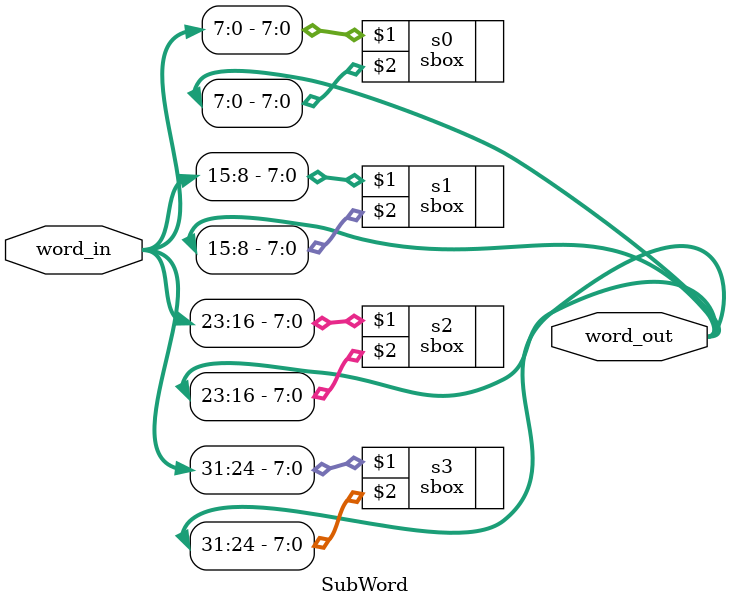
<source format=v>
`timescale 1ns / 1ps
module SubWord (
    input  [31:0] word_in,
    output [31:0] word_out
);
    // Instantiate 4 S-Boxes, one for each byte
    sbox s3 (word_in[31:24], word_out[31:24]);
    sbox s2 (word_in[23:16], word_out[23:16]);
    sbox s1 (word_in[15:8], word_out[15:8]);
    sbox s0 (word_in[7:0],  word_out[7:0]);
endmodule
</source>
